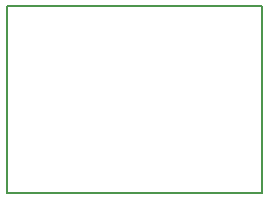
<source format=gm1>
G04 #@! TF.FileFunction,Profile,NP*
%FSLAX46Y46*%
G04 Gerber Fmt 4.6, Leading zero omitted, Abs format (unit mm)*
G04 Created by KiCad (PCBNEW 4.0.7) date 11/16/18 17:07:03*
%MOMM*%
%LPD*%
G01*
G04 APERTURE LIST*
%ADD10C,0.100000*%
%ADD11C,0.150000*%
G04 APERTURE END LIST*
D10*
D11*
X162560000Y-121920000D02*
X162560000Y-106045000D01*
X140970000Y-121920000D02*
X162560000Y-121920000D01*
X140970000Y-106045000D02*
X140970000Y-121920000D01*
X162560000Y-106045000D02*
X140970000Y-106045000D01*
M02*

</source>
